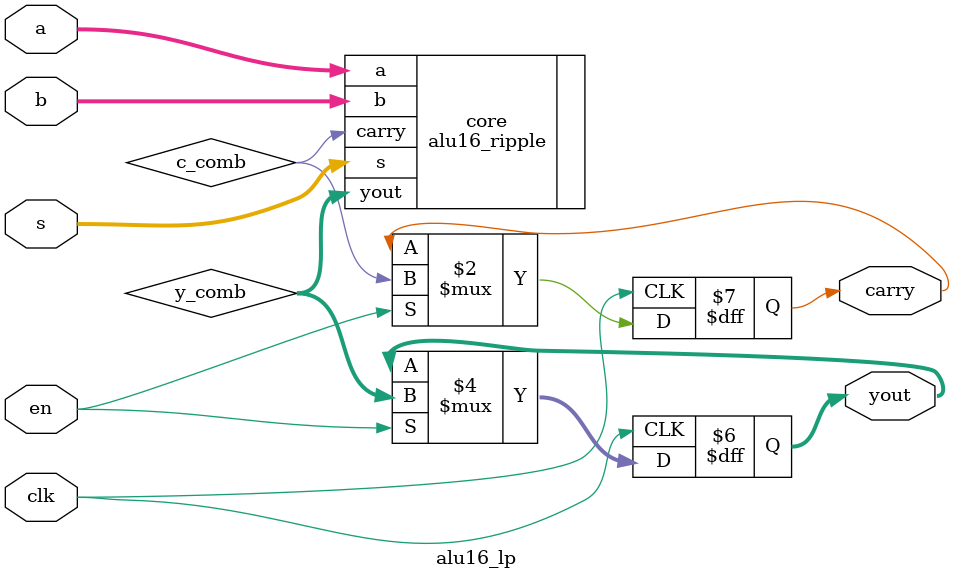
<source format=v>
module alu16_lp (
    input        clk,
    input        en,   // enable (acts like clock gating)
    input  [15:0] a,
    input  [15:0] b,
    input  [3:0]  s,
    output reg [15:0] yout,
    output reg        carry
);
    wire [15:0] y_comb;
    wire        c_comb;

    // Use the ripple ALU as combinational core
    alu16_ripple core (
        .a(a),
        .b(b),
        .s(s),
        .yout(y_comb),
        .carry(c_comb)
    );

    always @(posedge clk) begin
        if (en) begin
            yout  <= y_comb;
            carry <= c_comb;
        end
        // else: hold old value → fewer toggles → less dynamic power
    end
endmodule

</source>
